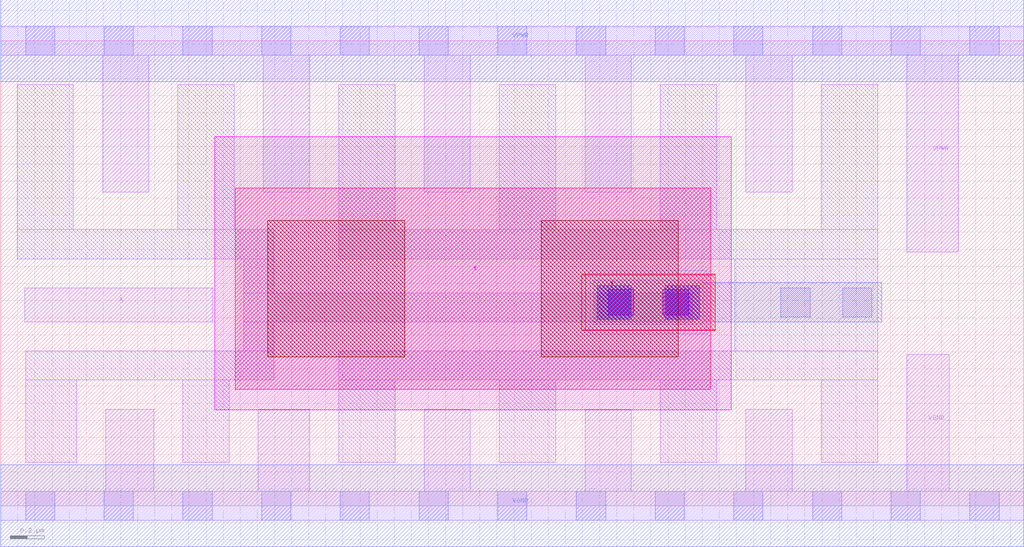
<source format=lef>
# Copyright 2020 The SkyWater PDK Authors
#
# Licensed under the Apache License, Version 2.0 (the "License");
# you may not use this file except in compliance with the License.
# You may obtain a copy of the License at
#
#     https://www.apache.org/licenses/LICENSE-2.0
#
# Unless required by applicable law or agreed to in writing, software
# distributed under the License is distributed on an "AS IS" BASIS,
# WITHOUT WARRANTIES OR CONDITIONS OF ANY KIND, either express or implied.
# See the License for the specific language governing permissions and
# limitations under the License.
#
# SPDX-License-Identifier: Apache-2.0

VERSION 5.7 ;
BUSBITCHARS "[]" ;
DIVIDERCHAR "/" ;
PROPERTYDEFINITIONS
  MACRO maskLayoutSubType STRING ;
  MACRO prCellType STRING ;
  MACRO originalViewName STRING ;
END PROPERTYDEFINITIONS
MACRO sky130_fd_sc_hdll__probe_p_8
  ORIGIN  0.000000  0.000000 ;
  CLASS CORE ;
  SYMMETRY X Y R90 ;
  SIZE  5.980000 BY  2.720000 ;
  SITE unithd ;
  PIN A
    ANTENNAGATEAREA  0.832500 ;
    DIRECTION INPUT ;
    USE SIGNAL ;
    PORT
      LAYER li1 ;
        RECT 0.140000 1.075000 1.240000 1.275000 ;
    END
  END A
  PIN X
    ANTENNADIFFAREA  1.028500 ;
    DIRECTION OUTPUT ;
    USE SIGNAL ;
    PORT
      LAYER met5 ;
        RECT 1.250000 0.560000 4.270000 2.160000 ;
      LAYER via4 ;
        RECT 1.560000 0.870000 2.360000 1.670000 ;
        RECT 3.160000 0.870000 3.960000 1.670000 ;
    END
  END X
  PIN VGND
    DIRECTION INPUT ;
    USE GROUND ;
    PORT
      LAYER li1 ;
        RECT 0.000000 -0.085000 5.980000 0.085000 ;
        RECT 0.615000  0.085000 0.895000 0.565000 ;
        RECT 1.505000  0.085000 1.805000 0.565000 ;
        RECT 2.475000  0.085000 2.745000 0.565000 ;
        RECT 3.415000  0.085000 3.685000 0.565000 ;
        RECT 4.355000  0.085000 4.625000 0.565000 ;
        RECT 5.295000  0.085000 5.545000 0.885000 ;
      LAYER met1 ;
        RECT 0.000000 -0.240000 5.980000 0.240000 ;
    END
  END VGND
  PIN VPWR
    DIRECTION INPUT ;
    USE POWER ;
    PORT
      LAYER li1 ;
        RECT 0.000000 2.635000 5.980000 2.805000 ;
        RECT 0.595000 1.835000 0.865000 2.635000 ;
        RECT 1.535000 1.835000 1.805000 2.635000 ;
        RECT 2.475000 1.835000 2.745000 2.635000 ;
        RECT 3.415000 1.835000 3.685000 2.635000 ;
        RECT 4.355000 1.835000 4.625000 2.635000 ;
        RECT 5.295000 1.485000 5.595000 2.635000 ;
      LAYER met1 ;
        RECT 0.000000 2.480000 5.980000 2.960000 ;
    END
  END VPWR
  OBS
    LAYER li1 ;
      RECT 0.095000 1.445000 1.595000 1.615000 ;
      RECT 0.095000 1.615000 0.425000 2.465000 ;
      RECT 0.145000 0.255000 0.445000 0.735000 ;
      RECT 0.145000 0.735000 1.595000 0.905000 ;
      RECT 1.035000 1.615000 1.365000 2.465000 ;
      RECT 1.065000 0.255000 1.335000 0.735000 ;
      RECT 1.420000 0.905000 1.595000 1.075000 ;
      RECT 1.420000 1.075000 4.045000 1.245000 ;
      RECT 1.420000 1.245000 1.595000 1.445000 ;
      RECT 1.975000 0.255000 2.305000 0.735000 ;
      RECT 1.975000 0.735000 5.125000 0.905000 ;
      RECT 1.975000 1.445000 5.125000 1.615000 ;
      RECT 1.975000 1.615000 2.305000 2.465000 ;
      RECT 2.915000 0.255000 3.245000 0.735000 ;
      RECT 2.915000 1.615000 3.245000 2.465000 ;
      RECT 3.855000 0.255000 4.185000 0.735000 ;
      RECT 3.855000 1.615000 4.185000 2.465000 ;
      RECT 4.290000 0.905000 5.125000 1.445000 ;
      RECT 4.795000 0.255000 5.125000 0.735000 ;
      RECT 4.795000 1.615000 5.125000 2.465000 ;
    LAYER mcon ;
      RECT 0.145000 -0.085000 0.315000 0.085000 ;
      RECT 0.145000  2.635000 0.315000 2.805000 ;
      RECT 0.605000 -0.085000 0.775000 0.085000 ;
      RECT 0.605000  2.635000 0.775000 2.805000 ;
      RECT 1.065000 -0.085000 1.235000 0.085000 ;
      RECT 1.065000  2.635000 1.235000 2.805000 ;
      RECT 1.525000 -0.085000 1.695000 0.085000 ;
      RECT 1.525000  2.635000 1.695000 2.805000 ;
      RECT 1.985000 -0.085000 2.155000 0.085000 ;
      RECT 1.985000  2.635000 2.155000 2.805000 ;
      RECT 2.445000 -0.085000 2.615000 0.085000 ;
      RECT 2.445000  2.635000 2.615000 2.805000 ;
      RECT 2.905000 -0.085000 3.075000 0.085000 ;
      RECT 2.905000  2.635000 3.075000 2.805000 ;
      RECT 3.365000 -0.085000 3.535000 0.085000 ;
      RECT 3.365000  2.635000 3.535000 2.805000 ;
      RECT 3.825000 -0.085000 3.995000 0.085000 ;
      RECT 3.825000  2.635000 3.995000 2.805000 ;
      RECT 4.285000 -0.085000 4.455000 0.085000 ;
      RECT 4.285000  2.635000 4.455000 2.805000 ;
      RECT 4.560000  1.105000 4.730000 1.275000 ;
      RECT 4.745000 -0.085000 4.915000 0.085000 ;
      RECT 4.745000  2.635000 4.915000 2.805000 ;
      RECT 4.920000  1.105000 5.090000 1.275000 ;
      RECT 5.205000 -0.085000 5.375000 0.085000 ;
      RECT 5.205000  2.635000 5.375000 2.805000 ;
      RECT 5.665000 -0.085000 5.835000 0.085000 ;
      RECT 5.665000  2.635000 5.835000 2.805000 ;
    LAYER met1 ;
      RECT 3.465000 1.060000 4.105000 1.320000 ;
      RECT 4.105000 1.075000 5.150000 1.305000 ;
    LAYER met2 ;
      RECT 3.445000 1.005000 4.125000 1.375000 ;
      RECT 3.465000 1.060000 4.105000 1.320000 ;
    LAYER met3 ;
      RECT 3.395000 1.025000 3.420000 1.355000 ;
      RECT 3.395000 1.030000 4.175000 1.350000 ;
      RECT 3.420000 1.025000 4.150000 1.355000 ;
      RECT 4.150000 1.025000 4.175000 1.355000 ;
    LAYER met4 ;
      RECT 1.370000 0.680000 4.150000 1.860000 ;
      RECT 3.420000 1.025000 4.150000 1.355000 ;
    LAYER via ;
      RECT 3.550000 1.115000 3.700000 1.265000 ;
      RECT 3.870000 1.115000 4.020000 1.265000 ;
    LAYER via2 ;
      RECT 3.485000 1.090000 3.685000 1.290000 ;
      RECT 3.885000 1.090000 4.085000 1.290000 ;
    LAYER via3 ;
      RECT 3.485000 1.090000 3.685000 1.290000 ;
      RECT 3.885000 1.090000 4.085000 1.290000 ;
  END
  PROPERTY maskLayoutSubType "abstract" ;
  PROPERTY prCellType "standard" ;
  PROPERTY originalViewName "layout" ;
END sky130_fd_sc_hdll__probe_p_8
END LIBRARY

</source>
